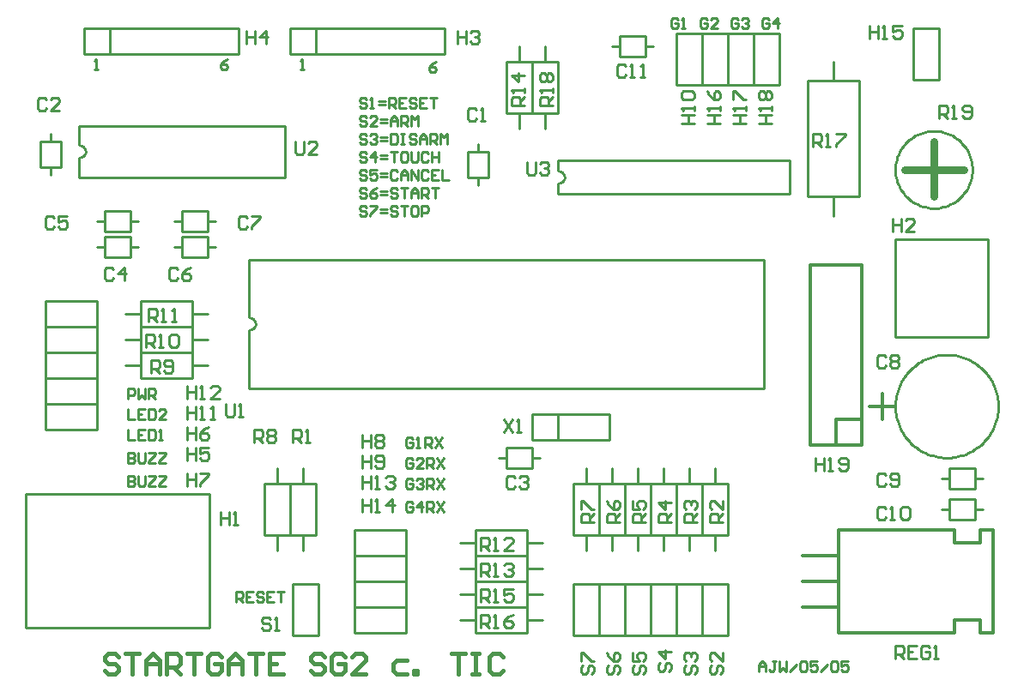
<source format=gto>
%FSLAX23Y23*%
%MOIN*%
G70*
G01*
G75*
%ADD10C,0.020*%
%ADD11C,0.050*%
%ADD12C,0.025*%
%ADD13C,0.010*%
%ADD14R,0.071X0.071*%
%ADD15C,0.071*%
%ADD16C,0.059*%
%ADD17R,0.059X0.059*%
%ADD18C,0.098*%
%ADD19R,0.098X0.071*%
%ADD20O,0.098X0.071*%
%ADD21C,0.150*%
%ADD22R,0.098X0.098*%
%ADD23C,0.050*%
%ADD24C,0.012*%
%ADD25C,0.030*%
%ADD26C,0.015*%
D13*
X9943Y8468D02*
X9952Y8470D01*
X9960Y8475D01*
X9966Y8483D01*
X9968Y8493D01*
X9966Y8502D01*
X9960Y8510D01*
X9952Y8516D01*
X9943Y8518D01*
X8083Y8568D02*
X8092Y8570D01*
X8100Y8575D01*
X8106Y8583D01*
X8108Y8593D01*
X8106Y8602D01*
X8100Y8610D01*
X8092Y8616D01*
X8083Y8618D01*
X11553Y8523D02*
X11552Y8533D01*
X11551Y8543D01*
X11550Y8553D01*
X11547Y8562D01*
X11544Y8572D01*
X11541Y8581D01*
X11536Y8590D01*
X11532Y8599D01*
X11526Y8608D01*
X11520Y8616D01*
X11514Y8623D01*
X11507Y8630D01*
X11499Y8637D01*
X11492Y8643D01*
X11483Y8649D01*
X11475Y8654D01*
X11466Y8659D01*
X11457Y8663D01*
X11447Y8666D01*
X11437Y8669D01*
X11428Y8671D01*
X11418Y8672D01*
X11408Y8673D01*
X11398D01*
X11388Y8672D01*
X11378Y8671D01*
X11368Y8669D01*
X11358Y8666D01*
X11349Y8663D01*
X11339Y8659D01*
X11331Y8654D01*
X11322Y8649D01*
X11314Y8643D01*
X11306Y8637D01*
X11298Y8630D01*
X11291Y8623D01*
X11285Y8616D01*
X11279Y8608D01*
X11274Y8599D01*
X11269Y8590D01*
X11265Y8581D01*
X11261Y8572D01*
X11258Y8562D01*
X11256Y8553D01*
X11254Y8543D01*
X11253Y8533D01*
X11253Y8523D01*
X11253Y8513D01*
X11254Y8503D01*
X11256Y8493D01*
X11258Y8483D01*
X11261Y8473D01*
X11265Y8464D01*
X11269Y8455D01*
X11274Y8446D01*
X11279Y8438D01*
X11285Y8430D01*
X11291Y8422D01*
X11298Y8415D01*
X11306Y8408D01*
X11314Y8402D01*
X11322Y8396D01*
X11331Y8391D01*
X11339Y8387D01*
X11349Y8383D01*
X11358Y8379D01*
X11368Y8377D01*
X11378Y8375D01*
X11388Y8373D01*
X11398Y8373D01*
X11408D01*
X11418Y8373D01*
X11428Y8375D01*
X11437Y8377D01*
X11447Y8379D01*
X11457Y8383D01*
X11466Y8387D01*
X11475Y8391D01*
X11483Y8396D01*
X11492Y8402D01*
X11499Y8408D01*
X11507Y8415D01*
X11514Y8422D01*
X11520Y8430D01*
X11526Y8438D01*
X11532Y8446D01*
X11536Y8455D01*
X11541Y8464D01*
X11544Y8473D01*
X11547Y8483D01*
X11550Y8493D01*
X11551Y8503D01*
X11552Y8513D01*
X11553Y8523D01*
X11653Y7603D02*
X11652Y7613D01*
X11652Y7623D01*
X11650Y7632D01*
X11649Y7642D01*
X11646Y7652D01*
X11644Y7662D01*
X11641Y7671D01*
X11637Y7680D01*
X11633Y7689D01*
X11628Y7698D01*
X11623Y7707D01*
X11618Y7715D01*
X11612Y7723D01*
X11606Y7731D01*
X11599Y7739D01*
X11592Y7746D01*
X11585Y7753D01*
X11577Y7759D01*
X11569Y7765D01*
X11561Y7771D01*
X11553Y7776D01*
X11544Y7781D01*
X11535Y7785D01*
X11526Y7789D01*
X11516Y7792D01*
X11507Y7795D01*
X11497Y7798D01*
X11487Y7800D01*
X11477Y7801D01*
X11468Y7802D01*
X11458Y7803D01*
X11448D01*
X11438Y7802D01*
X11428Y7801D01*
X11418Y7800D01*
X11408Y7798D01*
X11398Y7795D01*
X11389Y7792D01*
X11380Y7789D01*
X11370Y7785D01*
X11361Y7781D01*
X11353Y7776D01*
X11344Y7771D01*
X11336Y7765D01*
X11328Y7759D01*
X11320Y7753D01*
X11313Y7746D01*
X11306Y7739D01*
X11299Y7731D01*
X11293Y7723D01*
X11287Y7715D01*
X11282Y7707D01*
X11277Y7698D01*
X11272Y7689D01*
X11268Y7680D01*
X11265Y7671D01*
X11262Y7662D01*
X11259Y7652D01*
X11257Y7642D01*
X11255Y7632D01*
X11254Y7623D01*
X11253Y7613D01*
X11253Y7603D01*
X11253Y7593D01*
X11254Y7583D01*
X11255Y7573D01*
X11257Y7563D01*
X11259Y7553D01*
X11262Y7544D01*
X11265Y7534D01*
X11268Y7525D01*
X11272Y7516D01*
X11277Y7507D01*
X11282Y7498D01*
X11287Y7490D01*
X11293Y7482D01*
X11299Y7474D01*
X11306Y7467D01*
X11313Y7459D01*
X11320Y7453D01*
X11328Y7446D01*
X11336Y7440D01*
X11344Y7435D01*
X11353Y7429D01*
X11361Y7425D01*
X11370Y7420D01*
X11380Y7416D01*
X11389Y7413D01*
X11398Y7410D01*
X11408Y7408D01*
X11418Y7406D01*
X11428Y7404D01*
X11438Y7403D01*
X11448Y7403D01*
X11458D01*
X11468Y7403D01*
X11477Y7404D01*
X11487Y7406D01*
X11497Y7408D01*
X11507Y7410D01*
X11516Y7413D01*
X11526Y7416D01*
X11535Y7420D01*
X11544Y7425D01*
X11553Y7429D01*
X11561Y7435D01*
X11569Y7440D01*
X11577Y7446D01*
X11585Y7453D01*
X11592Y7459D01*
X11599Y7467D01*
X11606Y7474D01*
X11612Y7482D01*
X11618Y7490D01*
X11623Y7498D01*
X11628Y7507D01*
X11633Y7516D01*
X11637Y7525D01*
X11641Y7534D01*
X11644Y7544D01*
X11646Y7553D01*
X11649Y7563D01*
X11650Y7573D01*
X11652Y7583D01*
X11652Y7593D01*
X11653Y7603D01*
X8743Y7898D02*
X8752Y7900D01*
X8760Y7905D01*
X8766Y7913D01*
X8768Y7923D01*
X8766Y7932D01*
X8760Y7940D01*
X8752Y7946D01*
X8743Y7948D01*
X10703Y8853D02*
X10803D01*
X10703Y9053D02*
X10803D01*
Y8853D02*
Y9053D01*
X10703Y8853D02*
Y9053D01*
X7953Y7813D02*
Y7913D01*
X8153Y7813D02*
Y7913D01*
X7953Y7813D02*
X8153D01*
X7953Y7913D02*
X8153D01*
X7953D02*
Y8013D01*
X8153Y7913D02*
Y8013D01*
X7953Y7913D02*
X8153D01*
X7953Y8013D02*
X8153D01*
X9943Y8428D02*
X10843D01*
Y8558D01*
X9943D02*
X10843D01*
X9943Y8518D02*
Y8558D01*
Y8428D02*
Y8468D01*
X8083Y8493D02*
X8883D01*
Y8693D01*
X8083D02*
X8883D01*
X8083Y8618D02*
Y8693D01*
Y8493D02*
Y8568D01*
X7953Y7613D02*
Y7713D01*
X8153Y7613D02*
Y7713D01*
X7953Y7613D02*
X8153D01*
X7953Y7713D02*
X8153D01*
X8523Y7963D02*
X8583D01*
X8523Y7913D02*
Y7963D01*
X8323Y7913D02*
X8523D01*
X8323D02*
Y8013D01*
X8523D01*
Y7963D02*
Y8013D01*
X8263Y7963D02*
X8323D01*
X10503Y6713D02*
X10603D01*
X10503Y6913D02*
X10603D01*
Y6713D02*
Y6913D01*
X10503Y6713D02*
Y6913D01*
X10403Y6713D02*
X10503D01*
X10403Y6913D02*
X10503D01*
Y6713D02*
Y6913D01*
X10403Y6713D02*
Y6913D01*
X10303Y6713D02*
X10403D01*
X10303Y6913D02*
X10403D01*
Y6713D02*
Y6913D01*
X10303Y6713D02*
Y6913D01*
X9893Y8943D02*
Y9003D01*
Y8943D02*
X9943D01*
Y8743D02*
Y8943D01*
X9843Y8743D02*
X9943D01*
X9843D02*
Y8943D01*
X9893D01*
Y8683D02*
Y8743D01*
X7933Y8533D02*
X8013D01*
Y8633D01*
X7933D02*
X8013D01*
X7933Y8533D02*
Y8633D01*
X7973D02*
Y8663D01*
Y8503D02*
Y8533D01*
X11253Y7873D02*
X11613D01*
Y8253D01*
X11253D02*
X11613D01*
X11253Y7873D02*
Y8253D01*
X9633Y8593D02*
Y8623D01*
Y8463D02*
Y8493D01*
X9673D02*
Y8593D01*
X9593Y8493D02*
X9673D01*
X9593D02*
Y8593D01*
X9673D01*
X9843Y7403D02*
X9873D01*
X9713D02*
X9743D01*
Y7363D02*
X9843D01*
X9743D02*
Y7443D01*
X9843D01*
Y7363D02*
Y7443D01*
X8153Y8223D02*
X8183D01*
X8283D02*
X8313D01*
X8183Y8263D02*
X8283D01*
Y8183D02*
Y8263D01*
X8183Y8183D02*
X8283D01*
X8183D02*
Y8263D01*
X8283Y8323D02*
X8313D01*
X8153D02*
X8183D01*
Y8283D02*
X8283D01*
X8183D02*
Y8363D01*
X8283D01*
Y8283D02*
Y8363D01*
X8453Y8223D02*
X8483D01*
X8583D02*
X8613D01*
X8483Y8263D02*
X8583D01*
Y8183D02*
Y8263D01*
X8483Y8183D02*
X8583D01*
X8483D02*
Y8263D01*
X8583Y8323D02*
X8613D01*
X8453D02*
X8483D01*
Y8283D02*
X8583D01*
X8483D02*
Y8363D01*
X8583D01*
Y8283D02*
Y8363D01*
X11563Y7323D02*
X11593D01*
X11433D02*
X11463D01*
Y7283D02*
X11563D01*
X11463D02*
Y7363D01*
X11563D01*
Y7283D02*
Y7363D01*
Y7203D02*
X11593D01*
X11433D02*
X11463D01*
Y7163D02*
X11563D01*
X11463D02*
Y7243D01*
X11563D01*
Y7163D02*
Y7243D01*
X10153Y9003D02*
X10183D01*
X10283D02*
X10313D01*
X10183Y9043D02*
X10283D01*
Y8963D02*
Y9043D01*
X10183Y8963D02*
X10283D01*
X10183D02*
Y9043D01*
X7876Y6743D02*
Y7263D01*
Y6743D02*
X8589D01*
X7876Y7263D02*
X8589D01*
Y6743D02*
Y7263D01*
X8903Y8973D02*
X9503D01*
Y9073D01*
X8903D02*
X9503D01*
X8903Y8973D02*
Y9073D01*
X9003Y8973D02*
Y9073D01*
X8103Y8973D02*
X8703D01*
Y9073D01*
X8103D02*
X8703D01*
X8103Y8973D02*
Y9073D01*
X8203Y8973D02*
Y9073D01*
X7953Y7813D02*
X8153D01*
X7953Y7713D02*
X8153D01*
Y7813D01*
X7953Y7713D02*
Y7813D01*
Y7613D02*
X8153D01*
X7953Y7513D02*
X8153D01*
Y7613D01*
X7953Y7513D02*
Y7613D01*
X9153Y7123D02*
X9353D01*
X9153Y7023D02*
X9353D01*
Y7123D01*
X9153Y7023D02*
Y7123D01*
Y7023D02*
X9353D01*
X9153Y6923D02*
X9353D01*
Y7023D01*
X9153Y6923D02*
Y7023D01*
X10403Y8853D02*
Y9053D01*
X10503Y8853D02*
Y9053D01*
X10403D02*
X10503D01*
X10403Y8853D02*
X10503D01*
X9153Y6923D02*
X9353D01*
X9153Y6823D02*
X9353D01*
Y6923D01*
X9153Y6823D02*
Y6923D01*
Y6823D02*
X9353D01*
X9153Y6723D02*
X9353D01*
Y6823D01*
X9153Y6723D02*
Y6823D01*
X11323Y8873D02*
Y9073D01*
X11423Y8873D02*
Y9073D01*
X11323D02*
X11423D01*
X11323Y8873D02*
X11423D01*
X10503Y8853D02*
Y9053D01*
X10603Y8853D02*
Y9053D01*
X10503D02*
X10603D01*
X10503Y8853D02*
X10603D01*
Y9053D01*
X10703Y8853D02*
Y9053D01*
X10603D02*
X10703D01*
X10603Y8853D02*
X10703D01*
X8953Y7303D02*
Y7363D01*
Y7103D02*
X9003D01*
Y7303D01*
X8903D02*
X9003D01*
X8903Y7103D02*
Y7303D01*
Y7103D02*
X8953D01*
Y7043D02*
Y7103D01*
X10553Y7043D02*
Y7103D01*
X10503Y7303D02*
X10553D01*
X10503Y7103D02*
Y7303D01*
Y7103D02*
X10603D01*
Y7303D01*
X10553D02*
X10603D01*
X10553D02*
Y7363D01*
X10453Y7043D02*
Y7103D01*
X10403Y7303D02*
X10453D01*
X10403Y7103D02*
Y7303D01*
Y7103D02*
X10503D01*
Y7303D01*
X10453D02*
X10503D01*
X10453D02*
Y7363D01*
X10353Y7043D02*
Y7103D01*
X10303Y7303D02*
X10353D01*
X10303Y7103D02*
Y7303D01*
Y7103D02*
X10403D01*
Y7303D01*
X10353D02*
X10403D01*
X10353D02*
Y7363D01*
X10253Y7303D02*
Y7363D01*
Y7103D02*
X10303D01*
Y7303D01*
X10203D02*
X10303D01*
X10203Y7103D02*
Y7303D01*
Y7103D02*
X10253D01*
Y7043D02*
Y7103D01*
X10153Y7303D02*
Y7363D01*
Y7103D02*
X10203D01*
Y7303D01*
X10103D02*
X10203D01*
X10103Y7103D02*
Y7303D01*
Y7103D02*
X10153D01*
Y7043D02*
Y7103D01*
X10053Y7303D02*
Y7363D01*
Y7103D02*
X10103D01*
Y7303D01*
X10003D02*
X10103D01*
X10003Y7103D02*
Y7303D01*
Y7103D02*
X10053D01*
Y7043D02*
Y7103D01*
X8853Y7043D02*
Y7103D01*
X8803Y7303D02*
X8853D01*
X8803Y7103D02*
Y7303D01*
Y7103D02*
X8903D01*
Y7303D01*
X8853D02*
X8903D01*
X8853D02*
Y7363D01*
X8523Y7763D02*
X8583D01*
X8323Y7713D02*
Y7763D01*
Y7713D02*
X8523D01*
Y7813D01*
X8323D02*
X8523D01*
X8323Y7763D02*
Y7813D01*
X8263Y7763D02*
X8323D01*
X8523Y7863D02*
X8583D01*
X8323Y7813D02*
Y7863D01*
Y7813D02*
X8523D01*
Y7913D01*
X8323D02*
X8523D01*
X8323Y7863D02*
Y7913D01*
X8263Y7863D02*
X8323D01*
X9823Y7073D02*
X9883D01*
X9623Y7023D02*
Y7073D01*
Y7023D02*
X9823D01*
Y7123D01*
X9623D02*
X9823D01*
X9623Y7073D02*
Y7123D01*
X9563Y7073D02*
X9623D01*
X9823Y6973D02*
X9883D01*
X9623Y6923D02*
Y6973D01*
Y6923D02*
X9823D01*
Y7023D01*
X9623D02*
X9823D01*
X9623Y6973D02*
Y7023D01*
X9563Y6973D02*
X9623D01*
X9793Y8943D02*
Y9003D01*
Y8743D02*
X9843D01*
Y8943D01*
X9743D02*
X9843D01*
X9743Y8743D02*
Y8943D01*
Y8743D02*
X9793D01*
Y8683D02*
Y8743D01*
X9823Y6873D02*
X9883D01*
X9623Y6823D02*
Y6873D01*
Y6823D02*
X9823D01*
Y6923D01*
X9623D02*
X9823D01*
X9623Y6873D02*
Y6923D01*
X9563Y6873D02*
X9623D01*
X9823Y6773D02*
X9883D01*
X9623Y6723D02*
Y6773D01*
Y6723D02*
X9823D01*
Y6823D01*
X9623D02*
X9823D01*
X9623Y6773D02*
Y6823D01*
X9563Y6773D02*
X9623D01*
X11013Y8868D02*
Y8943D01*
Y8343D02*
Y8418D01*
X10913Y8868D02*
X11013D01*
X10913Y8418D02*
Y8868D01*
Y8418D02*
X11113D01*
Y8868D01*
X11013D02*
X11113D01*
X8913Y6713D02*
Y6913D01*
X9013Y6713D02*
Y6913D01*
X8913D02*
X9013D01*
X8913Y6713D02*
X9013D01*
X10203D02*
Y6913D01*
X10303Y6713D02*
Y6913D01*
X10203D02*
X10303D01*
X10203Y6713D02*
X10303D01*
X10103D02*
Y6913D01*
X10203Y6713D02*
Y6913D01*
X10103D02*
X10203D01*
X10103Y6713D02*
X10203D01*
X10003D02*
Y6913D01*
X10103Y6713D02*
Y6913D01*
X10003D02*
X10103D01*
X10003Y6713D02*
X10103D01*
X8743Y7673D02*
X10743D01*
Y8173D01*
X8743D02*
X10743D01*
X8743Y7948D02*
Y8173D01*
Y7673D02*
Y7898D01*
X9943Y7473D02*
Y7573D01*
X9843Y7473D02*
Y7573D01*
X10143D01*
Y7473D02*
Y7573D01*
X9843Y7473D02*
X10143D01*
X9626Y8754D02*
X9618Y8763D01*
X9601D01*
X9593Y8754D01*
Y8721D01*
X9601Y8713D01*
X9618D01*
X9626Y8721D01*
X9643Y8713D02*
X9659D01*
X9651D01*
Y8763D01*
X9643Y8754D01*
X7956Y8794D02*
X7948Y8803D01*
X7931D01*
X7923Y8794D01*
Y8761D01*
X7931Y8753D01*
X7948D01*
X7956Y8761D01*
X8006Y8753D02*
X7973D01*
X8006Y8786D01*
Y8794D01*
X7998Y8803D01*
X7981D01*
X7973Y8794D01*
X9776Y7324D02*
X9768Y7333D01*
X9751D01*
X9743Y7324D01*
Y7291D01*
X9751Y7283D01*
X9768D01*
X9776Y7291D01*
X9793Y7324D02*
X9801Y7333D01*
X9818D01*
X9826Y7324D01*
Y7316D01*
X9818Y7308D01*
X9809D01*
X9818D01*
X9826Y7299D01*
Y7291D01*
X9818Y7283D01*
X9801D01*
X9793Y7291D01*
X8216Y8134D02*
X8208Y8143D01*
X8191D01*
X8183Y8134D01*
Y8101D01*
X8191Y8093D01*
X8208D01*
X8216Y8101D01*
X8258Y8093D02*
Y8143D01*
X8233Y8118D01*
X8266D01*
X7986Y8334D02*
X7978Y8343D01*
X7961D01*
X7953Y8334D01*
Y8301D01*
X7961Y8293D01*
X7978D01*
X7986Y8301D01*
X8036Y8343D02*
X8003D01*
Y8318D01*
X8019Y8326D01*
X8028D01*
X8036Y8318D01*
Y8301D01*
X8028Y8293D01*
X8011D01*
X8003Y8301D01*
X8466Y8134D02*
X8458Y8143D01*
X8441D01*
X8433Y8134D01*
Y8101D01*
X8441Y8093D01*
X8458D01*
X8466Y8101D01*
X8516Y8143D02*
X8499Y8134D01*
X8483Y8118D01*
Y8101D01*
X8491Y8093D01*
X8508D01*
X8516Y8101D01*
Y8109D01*
X8508Y8118D01*
X8483D01*
X8736Y8334D02*
X8728Y8343D01*
X8711D01*
X8703Y8334D01*
Y8301D01*
X8711Y8293D01*
X8728D01*
X8736Y8301D01*
X8753Y8343D02*
X8786D01*
Y8334D01*
X8753Y8301D01*
Y8293D01*
X11216Y7794D02*
X11208Y7803D01*
X11191D01*
X11183Y7794D01*
Y7761D01*
X11191Y7753D01*
X11208D01*
X11216Y7761D01*
X11233Y7794D02*
X11241Y7803D01*
X11258D01*
X11266Y7794D01*
Y7786D01*
X11258Y7778D01*
X11266Y7769D01*
Y7761D01*
X11258Y7753D01*
X11241D01*
X11233Y7761D01*
Y7769D01*
X11241Y7778D01*
X11233Y7786D01*
Y7794D01*
X11241Y7778D02*
X11258D01*
X11216Y7334D02*
X11208Y7343D01*
X11191D01*
X11183Y7334D01*
Y7301D01*
X11191Y7293D01*
X11208D01*
X11216Y7301D01*
X11233D02*
X11241Y7293D01*
X11258D01*
X11266Y7301D01*
Y7334D01*
X11258Y7343D01*
X11241D01*
X11233Y7334D01*
Y7326D01*
X11241Y7318D01*
X11266D01*
X11216Y7204D02*
X11208Y7213D01*
X11191D01*
X11183Y7204D01*
Y7171D01*
X11191Y7163D01*
X11208D01*
X11216Y7171D01*
X11233Y7163D02*
X11249D01*
X11241D01*
Y7213D01*
X11233Y7204D01*
X11274D02*
X11283Y7213D01*
X11299D01*
X11308Y7204D01*
Y7171D01*
X11299Y7163D01*
X11283D01*
X11274Y7171D01*
Y7204D01*
X10206Y8924D02*
X10198Y8933D01*
X10181D01*
X10173Y8924D01*
Y8891D01*
X10181Y8883D01*
X10198D01*
X10206Y8891D01*
X10223Y8883D02*
X10239D01*
X10231D01*
Y8933D01*
X10223Y8924D01*
X10264Y8883D02*
X10281D01*
X10273D01*
Y8933D01*
X10264Y8924D01*
X8633Y7193D02*
Y7143D01*
Y7168D01*
X8666D01*
Y7193D01*
Y7143D01*
X8683D02*
X8699D01*
X8691D01*
Y7193D01*
X8683Y7184D01*
X11243Y8333D02*
Y8283D01*
Y8308D01*
X11276D01*
Y8333D01*
Y8283D01*
X11326D02*
X11293D01*
X11326Y8316D01*
Y8324D01*
X11318Y8333D01*
X11301D01*
X11293Y8324D01*
X9553Y9063D02*
Y9013D01*
Y9038D01*
X9586D01*
Y9063D01*
Y9013D01*
X9603Y9054D02*
X9611Y9063D01*
X9628D01*
X9636Y9054D01*
Y9046D01*
X9628Y9038D01*
X9619D01*
X9628D01*
X9636Y9029D01*
Y9021D01*
X9628Y9013D01*
X9611D01*
X9603Y9021D01*
X8733Y9063D02*
Y9013D01*
Y9038D01*
X8766D01*
Y9063D01*
Y9013D01*
X8808D02*
Y9063D01*
X8783Y9038D01*
X8816D01*
X8503Y7443D02*
Y7393D01*
Y7418D01*
X8536D01*
Y7443D01*
Y7393D01*
X8586Y7443D02*
X8553D01*
Y7418D01*
X8569Y7426D01*
X8578D01*
X8586Y7418D01*
Y7401D01*
X8578Y7393D01*
X8561D01*
X8553Y7401D01*
X8503Y7523D02*
Y7473D01*
Y7498D01*
X8536D01*
Y7523D01*
Y7473D01*
X8586Y7523D02*
X8569Y7514D01*
X8553Y7498D01*
Y7481D01*
X8561Y7473D01*
X8578D01*
X8586Y7481D01*
Y7489D01*
X8578Y7498D01*
X8553D01*
X8503Y7343D02*
Y7293D01*
Y7318D01*
X8536D01*
Y7343D01*
Y7293D01*
X8553Y7343D02*
X8586D01*
Y7334D01*
X8553Y7301D01*
Y7293D01*
X9183Y7493D02*
Y7443D01*
Y7468D01*
X9216D01*
Y7493D01*
Y7443D01*
X9233Y7484D02*
X9241Y7493D01*
X9258D01*
X9266Y7484D01*
Y7476D01*
X9258Y7468D01*
X9266Y7459D01*
Y7451D01*
X9258Y7443D01*
X9241D01*
X9233Y7451D01*
Y7459D01*
X9241Y7468D01*
X9233Y7476D01*
Y7484D01*
X9241Y7468D02*
X9258D01*
X9183Y7413D02*
Y7363D01*
Y7388D01*
X9216D01*
Y7413D01*
Y7363D01*
X9233Y7371D02*
X9241Y7363D01*
X9258D01*
X9266Y7371D01*
Y7404D01*
X9258Y7413D01*
X9241D01*
X9233Y7404D01*
Y7396D01*
X9241Y7388D01*
X9266D01*
X10423Y8703D02*
X10473D01*
X10448D01*
Y8736D01*
X10423D01*
X10473D01*
Y8753D02*
Y8769D01*
Y8761D01*
X10423D01*
X10431Y8753D01*
Y8794D02*
X10423Y8803D01*
Y8819D01*
X10431Y8828D01*
X10464D01*
X10473Y8819D01*
Y8803D01*
X10464Y8794D01*
X10431D01*
X8503Y7603D02*
Y7553D01*
Y7578D01*
X8536D01*
Y7603D01*
Y7553D01*
X8553D02*
X8569D01*
X8561D01*
Y7603D01*
X8553Y7594D01*
X8594Y7553D02*
X8611D01*
X8603D01*
Y7603D01*
X8594Y7594D01*
X8503Y7683D02*
Y7633D01*
Y7658D01*
X8536D01*
Y7683D01*
Y7633D01*
X8553D02*
X8569D01*
X8561D01*
Y7683D01*
X8553Y7674D01*
X8628Y7633D02*
X8594D01*
X8628Y7666D01*
Y7674D01*
X8619Y7683D01*
X8603D01*
X8594Y7674D01*
X9183Y7333D02*
Y7283D01*
Y7308D01*
X9216D01*
Y7333D01*
Y7283D01*
X9233D02*
X9249D01*
X9241D01*
Y7333D01*
X9233Y7324D01*
X9274D02*
X9283Y7333D01*
X9299D01*
X9308Y7324D01*
Y7316D01*
X9299Y7308D01*
X9291D01*
X9299D01*
X9308Y7299D01*
Y7291D01*
X9299Y7283D01*
X9283D01*
X9274Y7291D01*
X9183Y7243D02*
Y7193D01*
Y7218D01*
X9216D01*
Y7243D01*
Y7193D01*
X9233D02*
X9249D01*
X9241D01*
Y7243D01*
X9233Y7234D01*
X9299Y7193D02*
Y7243D01*
X9274Y7218D01*
X9308D01*
X11153Y9083D02*
Y9033D01*
Y9058D01*
X11186D01*
Y9083D01*
Y9033D01*
X11203D02*
X11219D01*
X11211D01*
Y9083D01*
X11203Y9074D01*
X11278Y9083D02*
X11244D01*
Y9058D01*
X11261Y9066D01*
X11269D01*
X11278Y9058D01*
Y9041D01*
X11269Y9033D01*
X11253D01*
X11244Y9041D01*
X10523Y8703D02*
X10573D01*
X10548D01*
Y8736D01*
X10523D01*
X10573D01*
Y8753D02*
Y8769D01*
Y8761D01*
X10523D01*
X10531Y8753D01*
X10523Y8828D02*
X10531Y8811D01*
X10548Y8794D01*
X10564D01*
X10573Y8803D01*
Y8819D01*
X10564Y8828D01*
X10556D01*
X10548Y8819D01*
Y8794D01*
X10623Y8703D02*
X10673D01*
X10648D01*
Y8736D01*
X10623D01*
X10673D01*
Y8753D02*
Y8769D01*
Y8761D01*
X10623D01*
X10631Y8753D01*
X10623Y8794D02*
Y8828D01*
X10631D01*
X10664Y8794D01*
X10673D01*
X10723Y8703D02*
X10773D01*
X10748D01*
Y8736D01*
X10723D01*
X10773D01*
Y8753D02*
Y8769D01*
Y8761D01*
X10723D01*
X10731Y8753D01*
Y8794D02*
X10723Y8803D01*
Y8819D01*
X10731Y8828D01*
X10739D01*
X10748Y8819D01*
X10756Y8828D01*
X10764D01*
X10773Y8819D01*
Y8803D01*
X10764Y8794D01*
X10756D01*
X10748Y8803D01*
X10739Y8794D01*
X10731D01*
X10748Y8803D02*
Y8819D01*
X10943Y7403D02*
Y7353D01*
Y7378D01*
X10976D01*
Y7403D01*
Y7353D01*
X10993D02*
X11009D01*
X11001D01*
Y7403D01*
X10993Y7394D01*
X11034Y7361D02*
X11043Y7353D01*
X11059D01*
X11068Y7361D01*
Y7394D01*
X11059Y7403D01*
X11043D01*
X11034Y7394D01*
Y7386D01*
X11043Y7378D01*
X11068D01*
X8913Y7463D02*
Y7513D01*
X8938D01*
X8946Y7504D01*
Y7488D01*
X8938Y7479D01*
X8913D01*
X8929D02*
X8946Y7463D01*
X8963D02*
X8979D01*
X8971D01*
Y7513D01*
X8963Y7504D01*
X10583Y7153D02*
X10533D01*
Y7178D01*
X10541Y7186D01*
X10558D01*
X10566Y7178D01*
Y7153D01*
Y7169D02*
X10583Y7186D01*
Y7236D02*
Y7203D01*
X10549Y7236D01*
X10541D01*
X10533Y7228D01*
Y7211D01*
X10541Y7203D01*
X10483Y7153D02*
X10433D01*
Y7178D01*
X10441Y7186D01*
X10458D01*
X10466Y7178D01*
Y7153D01*
Y7169D02*
X10483Y7186D01*
X10441Y7203D02*
X10433Y7211D01*
Y7228D01*
X10441Y7236D01*
X10449D01*
X10458Y7228D01*
Y7219D01*
Y7228D01*
X10466Y7236D01*
X10474D01*
X10483Y7228D01*
Y7211D01*
X10474Y7203D01*
X10383Y7153D02*
X10333D01*
Y7178D01*
X10341Y7186D01*
X10358D01*
X10366Y7178D01*
Y7153D01*
Y7169D02*
X10383Y7186D01*
Y7228D02*
X10333D01*
X10358Y7203D01*
Y7236D01*
X10283Y7153D02*
X10233D01*
Y7178D01*
X10241Y7186D01*
X10258D01*
X10266Y7178D01*
Y7153D01*
Y7169D02*
X10283Y7186D01*
X10233Y7236D02*
Y7203D01*
X10258D01*
X10249Y7219D01*
Y7228D01*
X10258Y7236D01*
X10274D01*
X10283Y7228D01*
Y7211D01*
X10274Y7203D01*
X10183Y7153D02*
X10133D01*
Y7178D01*
X10141Y7186D01*
X10158D01*
X10166Y7178D01*
Y7153D01*
Y7169D02*
X10183Y7186D01*
X10133Y7236D02*
X10141Y7219D01*
X10158Y7203D01*
X10174D01*
X10183Y7211D01*
Y7228D01*
X10174Y7236D01*
X10166D01*
X10158Y7228D01*
Y7203D01*
X10083Y7153D02*
X10033D01*
Y7178D01*
X10041Y7186D01*
X10058D01*
X10066Y7178D01*
Y7153D01*
Y7169D02*
X10083Y7186D01*
X10033Y7203D02*
Y7236D01*
X10041D01*
X10074Y7203D01*
X10083D01*
X8763Y7463D02*
Y7513D01*
X8788D01*
X8796Y7504D01*
Y7488D01*
X8788Y7479D01*
X8763D01*
X8779D02*
X8796Y7463D01*
X8813Y7504D02*
X8821Y7513D01*
X8838D01*
X8846Y7504D01*
Y7496D01*
X8838Y7488D01*
X8846Y7479D01*
Y7471D01*
X8838Y7463D01*
X8821D01*
X8813Y7471D01*
Y7479D01*
X8821Y7488D01*
X8813Y7496D01*
Y7504D01*
X8821Y7488D02*
X8838D01*
X8363Y7733D02*
Y7783D01*
X8388D01*
X8396Y7774D01*
Y7758D01*
X8388Y7749D01*
X8363D01*
X8379D02*
X8396Y7733D01*
X8413Y7741D02*
X8421Y7733D01*
X8438D01*
X8446Y7741D01*
Y7774D01*
X8438Y7783D01*
X8421D01*
X8413Y7774D01*
Y7766D01*
X8421Y7758D01*
X8446D01*
X8343Y7833D02*
Y7883D01*
X8368D01*
X8376Y7874D01*
Y7858D01*
X8368Y7849D01*
X8343D01*
X8359D02*
X8376Y7833D01*
X8393D02*
X8409D01*
X8401D01*
Y7883D01*
X8393Y7874D01*
X8434D02*
X8443Y7883D01*
X8459D01*
X8468Y7874D01*
Y7841D01*
X8459Y7833D01*
X8443D01*
X8434Y7841D01*
Y7874D01*
X8353Y7933D02*
Y7983D01*
X8378D01*
X8386Y7974D01*
Y7958D01*
X8378Y7949D01*
X8353D01*
X8369D02*
X8386Y7933D01*
X8403D02*
X8419D01*
X8411D01*
Y7983D01*
X8403Y7974D01*
X8444Y7933D02*
X8461D01*
X8453D01*
Y7983D01*
X8444Y7974D01*
X9643Y7043D02*
Y7093D01*
X9668D01*
X9676Y7084D01*
Y7068D01*
X9668Y7059D01*
X9643D01*
X9659D02*
X9676Y7043D01*
X9693D02*
X9709D01*
X9701D01*
Y7093D01*
X9693Y7084D01*
X9768Y7043D02*
X9734D01*
X9768Y7076D01*
Y7084D01*
X9759Y7093D01*
X9743D01*
X9734Y7084D01*
X9643Y6943D02*
Y6993D01*
X9668D01*
X9676Y6984D01*
Y6968D01*
X9668Y6959D01*
X9643D01*
X9659D02*
X9676Y6943D01*
X9693D02*
X9709D01*
X9701D01*
Y6993D01*
X9693Y6984D01*
X9734D02*
X9743Y6993D01*
X9759D01*
X9768Y6984D01*
Y6976D01*
X9759Y6968D01*
X9751D01*
X9759D01*
X9768Y6959D01*
Y6951D01*
X9759Y6943D01*
X9743D01*
X9734Y6951D01*
X9813Y8773D02*
X9763D01*
Y8798D01*
X9771Y8806D01*
X9788D01*
X9796Y8798D01*
Y8773D01*
Y8789D02*
X9813Y8806D01*
Y8823D02*
Y8839D01*
Y8831D01*
X9763D01*
X9771Y8823D01*
X9813Y8889D02*
X9763D01*
X9788Y8864D01*
Y8898D01*
X9643Y6843D02*
Y6893D01*
X9668D01*
X9676Y6884D01*
Y6868D01*
X9668Y6859D01*
X9643D01*
X9659D02*
X9676Y6843D01*
X9693D02*
X9709D01*
X9701D01*
Y6893D01*
X9693Y6884D01*
X9768Y6893D02*
X9734D01*
Y6868D01*
X9751Y6876D01*
X9759D01*
X9768Y6868D01*
Y6851D01*
X9759Y6843D01*
X9743D01*
X9734Y6851D01*
X9643Y6743D02*
Y6793D01*
X9668D01*
X9676Y6784D01*
Y6768D01*
X9668Y6759D01*
X9643D01*
X9659D02*
X9676Y6743D01*
X9693D02*
X9709D01*
X9701D01*
Y6793D01*
X9693Y6784D01*
X9768Y6793D02*
X9751Y6784D01*
X9734Y6768D01*
Y6751D01*
X9743Y6743D01*
X9759D01*
X9768Y6751D01*
Y6759D01*
X9759Y6768D01*
X9734D01*
X10933Y8613D02*
Y8663D01*
X10958D01*
X10966Y8654D01*
Y8638D01*
X10958Y8629D01*
X10933D01*
X10949D02*
X10966Y8613D01*
X10983D02*
X10999D01*
X10991D01*
Y8663D01*
X10983Y8654D01*
X11024Y8663D02*
X11058D01*
Y8654D01*
X11024Y8621D01*
Y8613D01*
X9923Y8773D02*
X9873D01*
Y8798D01*
X9881Y8806D01*
X9898D01*
X9906Y8798D01*
Y8773D01*
Y8789D02*
X9923Y8806D01*
Y8823D02*
Y8839D01*
Y8831D01*
X9873D01*
X9881Y8823D01*
Y8864D02*
X9873Y8873D01*
Y8889D01*
X9881Y8898D01*
X9889D01*
X9898Y8889D01*
X9906Y8898D01*
X9914D01*
X9923Y8889D01*
Y8873D01*
X9914Y8864D01*
X9906D01*
X9898Y8873D01*
X9889Y8864D01*
X9881D01*
X9898Y8873D02*
Y8889D01*
X11423Y8723D02*
Y8773D01*
X11448D01*
X11456Y8764D01*
Y8748D01*
X11448Y8739D01*
X11423D01*
X11439D02*
X11456Y8723D01*
X11473D02*
X11489D01*
X11481D01*
Y8773D01*
X11473Y8764D01*
X11514Y8731D02*
X11523Y8723D01*
X11539D01*
X11548Y8731D01*
Y8764D01*
X11539Y8773D01*
X11523D01*
X11514Y8764D01*
Y8756D01*
X11523Y8748D01*
X11548D01*
X11253Y6623D02*
Y6673D01*
X11278D01*
X11286Y6664D01*
Y6648D01*
X11278Y6639D01*
X11253D01*
X11269D02*
X11286Y6623D01*
X11336Y6673D02*
X11303D01*
Y6623D01*
X11336D01*
X11303Y6648D02*
X11319D01*
X11386Y6664D02*
X11378Y6673D01*
X11361D01*
X11353Y6664D01*
Y6631D01*
X11361Y6623D01*
X11378D01*
X11386Y6631D01*
Y6648D01*
X11369D01*
X11403Y6623D02*
X11419D01*
X11411D01*
Y6673D01*
X11403Y6664D01*
X8826Y6774D02*
X8818Y6783D01*
X8801D01*
X8793Y6774D01*
Y6766D01*
X8801Y6758D01*
X8818D01*
X8826Y6749D01*
Y6741D01*
X8818Y6733D01*
X8801D01*
X8793Y6741D01*
X8843Y6733D02*
X8859D01*
X8851D01*
Y6783D01*
X8843Y6774D01*
X10541Y6596D02*
X10533Y6588D01*
Y6571D01*
X10541Y6563D01*
X10549D01*
X10558Y6571D01*
Y6588D01*
X10566Y6596D01*
X10574D01*
X10583Y6588D01*
Y6571D01*
X10574Y6563D01*
X10583Y6646D02*
Y6613D01*
X10549Y6646D01*
X10541D01*
X10533Y6638D01*
Y6621D01*
X10541Y6613D01*
X10441Y6596D02*
X10433Y6588D01*
Y6571D01*
X10441Y6563D01*
X10449D01*
X10458Y6571D01*
Y6588D01*
X10466Y6596D01*
X10474D01*
X10483Y6588D01*
Y6571D01*
X10474Y6563D01*
X10441Y6613D02*
X10433Y6621D01*
Y6638D01*
X10441Y6646D01*
X10449D01*
X10458Y6638D01*
Y6629D01*
Y6638D01*
X10466Y6646D01*
X10474D01*
X10483Y6638D01*
Y6621D01*
X10474Y6613D01*
X10341Y6606D02*
X10333Y6598D01*
Y6581D01*
X10341Y6573D01*
X10349D01*
X10358Y6581D01*
Y6598D01*
X10366Y6606D01*
X10374D01*
X10383Y6598D01*
Y6581D01*
X10374Y6573D01*
X10383Y6648D02*
X10333D01*
X10358Y6623D01*
Y6656D01*
X10241Y6596D02*
X10233Y6588D01*
Y6571D01*
X10241Y6563D01*
X10249D01*
X10258Y6571D01*
Y6588D01*
X10266Y6596D01*
X10274D01*
X10283Y6588D01*
Y6571D01*
X10274Y6563D01*
X10233Y6646D02*
Y6613D01*
X10258D01*
X10249Y6629D01*
Y6638D01*
X10258Y6646D01*
X10274D01*
X10283Y6638D01*
Y6621D01*
X10274Y6613D01*
X10141Y6596D02*
X10133Y6588D01*
Y6571D01*
X10141Y6563D01*
X10149D01*
X10158Y6571D01*
Y6588D01*
X10166Y6596D01*
X10174D01*
X10183Y6588D01*
Y6571D01*
X10174Y6563D01*
X10133Y6646D02*
X10141Y6629D01*
X10158Y6613D01*
X10174D01*
X10183Y6621D01*
Y6638D01*
X10174Y6646D01*
X10166D01*
X10158Y6638D01*
Y6613D01*
X10041Y6596D02*
X10033Y6588D01*
Y6571D01*
X10041Y6563D01*
X10049D01*
X10058Y6571D01*
Y6588D01*
X10066Y6596D01*
X10074D01*
X10083Y6588D01*
Y6571D01*
X10074Y6563D01*
X10033Y6613D02*
Y6646D01*
X10041D01*
X10074Y6613D01*
X10083D01*
X8653Y7613D02*
Y7571D01*
X8661Y7563D01*
X8678D01*
X8686Y7571D01*
Y7613D01*
X8703Y7563D02*
X8719D01*
X8711D01*
Y7613D01*
X8703Y7604D01*
X8923Y8633D02*
Y8591D01*
X8931Y8583D01*
X8948D01*
X8956Y8591D01*
Y8633D01*
X9006Y8583D02*
X8973D01*
X9006Y8616D01*
Y8624D01*
X8998Y8633D01*
X8981D01*
X8973Y8624D01*
X9823Y8553D02*
Y8511D01*
X9831Y8503D01*
X9848D01*
X9856Y8511D01*
Y8553D01*
X9873Y8544D02*
X9881Y8553D01*
X9898D01*
X9906Y8544D01*
Y8536D01*
X9898Y8528D01*
X9889D01*
X9898D01*
X9906Y8519D01*
Y8511D01*
X9898Y8503D01*
X9881D01*
X9873Y8511D01*
X9733Y7553D02*
X9766Y7503D01*
Y7553D02*
X9733Y7503D01*
X9783D02*
X9799D01*
X9791D01*
Y7553D01*
X9783Y7544D01*
X8273Y7423D02*
Y7383D01*
X8293D01*
X8299Y7389D01*
Y7396D01*
X8293Y7403D01*
X8273D01*
X8293D01*
X8299Y7409D01*
Y7416D01*
X8293Y7423D01*
X8273D01*
X8313D02*
Y7389D01*
X8319Y7383D01*
X8333D01*
X8339Y7389D01*
Y7423D01*
X8353D02*
X8379D01*
Y7416D01*
X8353Y7389D01*
Y7383D01*
X8379D01*
X8393Y7423D02*
X8419D01*
Y7416D01*
X8393Y7389D01*
Y7383D01*
X8419D01*
X8273Y7333D02*
Y7293D01*
X8293D01*
X8299Y7299D01*
Y7306D01*
X8293Y7313D01*
X8273D01*
X8293D01*
X8299Y7319D01*
Y7326D01*
X8293Y7333D01*
X8273D01*
X8313D02*
Y7299D01*
X8319Y7293D01*
X8333D01*
X8339Y7299D01*
Y7333D01*
X8353D02*
X8379D01*
Y7326D01*
X8353Y7299D01*
Y7293D01*
X8379D01*
X8393Y7333D02*
X8419D01*
Y7326D01*
X8393Y7299D01*
Y7293D01*
X8419D01*
X8273Y7513D02*
Y7473D01*
X8299D01*
X8339Y7513D02*
X8313D01*
Y7473D01*
X8339D01*
X8313Y7493D02*
X8326D01*
X8353Y7513D02*
Y7473D01*
X8373D01*
X8379Y7479D01*
Y7506D01*
X8373Y7513D01*
X8353D01*
X8393Y7473D02*
X8406D01*
X8399D01*
Y7513D01*
X8393Y7506D01*
X8273Y7593D02*
Y7553D01*
X8299D01*
X8339Y7593D02*
X8313D01*
Y7553D01*
X8339D01*
X8313Y7573D02*
X8326D01*
X8353Y7593D02*
Y7553D01*
X8373D01*
X8379Y7559D01*
Y7586D01*
X8373Y7593D01*
X8353D01*
X8419Y7553D02*
X8393D01*
X8419Y7579D01*
Y7586D01*
X8413Y7593D01*
X8399D01*
X8393Y7586D01*
X8273Y7633D02*
Y7673D01*
X8293D01*
X8299Y7666D01*
Y7653D01*
X8293Y7646D01*
X8273D01*
X8313Y7673D02*
Y7633D01*
X8326Y7646D01*
X8339Y7633D01*
Y7673D01*
X8353Y7633D02*
Y7673D01*
X8373D01*
X8379Y7666D01*
Y7653D01*
X8373Y7646D01*
X8353D01*
X8366D02*
X8379Y7633D01*
X8693Y6843D02*
Y6883D01*
X8713D01*
X8719Y6876D01*
Y6863D01*
X8713Y6856D01*
X8693D01*
X8706D02*
X8719Y6843D01*
X8759Y6883D02*
X8733D01*
Y6843D01*
X8759D01*
X8733Y6863D02*
X8746D01*
X8799Y6876D02*
X8793Y6883D01*
X8779D01*
X8773Y6876D01*
Y6869D01*
X8779Y6863D01*
X8793D01*
X8799Y6856D01*
Y6849D01*
X8793Y6843D01*
X8779D01*
X8773Y6849D01*
X8839Y6883D02*
X8813D01*
Y6843D01*
X8839D01*
X8813Y6863D02*
X8826D01*
X8853Y6883D02*
X8879D01*
X8866D01*
Y6843D01*
X9199Y8796D02*
X9193Y8803D01*
X9179D01*
X9173Y8796D01*
Y8789D01*
X9179Y8783D01*
X9193D01*
X9199Y8776D01*
Y8769D01*
X9193Y8763D01*
X9179D01*
X9173Y8769D01*
X9213Y8763D02*
X9226D01*
X9219D01*
Y8803D01*
X9213Y8796D01*
X9246Y8776D02*
X9273D01*
X9246Y8789D02*
X9273D01*
X9286Y8763D02*
Y8803D01*
X9306D01*
X9313Y8796D01*
Y8783D01*
X9306Y8776D01*
X9286D01*
X9299D02*
X9313Y8763D01*
X9353Y8803D02*
X9326D01*
Y8763D01*
X9353D01*
X9326Y8783D02*
X9339D01*
X9393Y8796D02*
X9386Y8803D01*
X9373D01*
X9366Y8796D01*
Y8789D01*
X9373Y8783D01*
X9386D01*
X9393Y8776D01*
Y8769D01*
X9386Y8763D01*
X9373D01*
X9366Y8769D01*
X9433Y8803D02*
X9406D01*
Y8763D01*
X9433D01*
X9406Y8783D02*
X9419D01*
X9446Y8803D02*
X9473D01*
X9459D01*
Y8763D01*
X9199Y8726D02*
X9193Y8733D01*
X9179D01*
X9173Y8726D01*
Y8719D01*
X9179Y8713D01*
X9193D01*
X9199Y8706D01*
Y8699D01*
X9193Y8693D01*
X9179D01*
X9173Y8699D01*
X9239Y8693D02*
X9213D01*
X9239Y8719D01*
Y8726D01*
X9233Y8733D01*
X9219D01*
X9213Y8726D01*
X9253Y8706D02*
X9279D01*
X9253Y8719D02*
X9279D01*
X9293Y8693D02*
Y8719D01*
X9306Y8733D01*
X9319Y8719D01*
Y8693D01*
Y8713D01*
X9293D01*
X9333Y8693D02*
Y8733D01*
X9353D01*
X9359Y8726D01*
Y8713D01*
X9353Y8706D01*
X9333D01*
X9346D02*
X9359Y8693D01*
X9373D02*
Y8733D01*
X9386Y8719D01*
X9399Y8733D01*
Y8693D01*
X9199Y8656D02*
X9193Y8663D01*
X9179D01*
X9173Y8656D01*
Y8649D01*
X9179Y8643D01*
X9193D01*
X9199Y8636D01*
Y8629D01*
X9193Y8623D01*
X9179D01*
X9173Y8629D01*
X9213Y8656D02*
X9219Y8663D01*
X9233D01*
X9239Y8656D01*
Y8649D01*
X9233Y8643D01*
X9226D01*
X9233D01*
X9239Y8636D01*
Y8629D01*
X9233Y8623D01*
X9219D01*
X9213Y8629D01*
X9253Y8636D02*
X9279D01*
X9253Y8649D02*
X9279D01*
X9293Y8663D02*
Y8623D01*
X9313D01*
X9319Y8629D01*
Y8656D01*
X9313Y8663D01*
X9293D01*
X9333D02*
X9346D01*
X9339D01*
Y8623D01*
X9333D01*
X9346D01*
X9393Y8656D02*
X9386Y8663D01*
X9373D01*
X9366Y8656D01*
Y8649D01*
X9373Y8643D01*
X9386D01*
X9393Y8636D01*
Y8629D01*
X9386Y8623D01*
X9373D01*
X9366Y8629D01*
X9406Y8623D02*
Y8649D01*
X9419Y8663D01*
X9433Y8649D01*
Y8623D01*
Y8643D01*
X9406D01*
X9446Y8623D02*
Y8663D01*
X9466D01*
X9473Y8656D01*
Y8643D01*
X9466Y8636D01*
X9446D01*
X9459D02*
X9473Y8623D01*
X9486D02*
Y8663D01*
X9499Y8649D01*
X9513Y8663D01*
Y8623D01*
X9199Y8586D02*
X9193Y8593D01*
X9179D01*
X9173Y8586D01*
Y8579D01*
X9179Y8573D01*
X9193D01*
X9199Y8566D01*
Y8559D01*
X9193Y8553D01*
X9179D01*
X9173Y8559D01*
X9233Y8553D02*
Y8593D01*
X9213Y8573D01*
X9239D01*
X9253Y8566D02*
X9279D01*
X9253Y8579D02*
X9279D01*
X9293Y8593D02*
X9319D01*
X9306D01*
Y8553D01*
X9353Y8593D02*
X9339D01*
X9333Y8586D01*
Y8559D01*
X9339Y8553D01*
X9353D01*
X9359Y8559D01*
Y8586D01*
X9353Y8593D01*
X9373D02*
Y8559D01*
X9379Y8553D01*
X9393D01*
X9399Y8559D01*
Y8593D01*
X9439Y8586D02*
X9433Y8593D01*
X9419D01*
X9413Y8586D01*
Y8559D01*
X9419Y8553D01*
X9433D01*
X9439Y8559D01*
X9453Y8593D02*
Y8553D01*
Y8573D01*
X9479D01*
Y8593D01*
Y8553D01*
X9199Y8516D02*
X9193Y8523D01*
X9179D01*
X9173Y8516D01*
Y8509D01*
X9179Y8503D01*
X9193D01*
X9199Y8496D01*
Y8489D01*
X9193Y8483D01*
X9179D01*
X9173Y8489D01*
X9239Y8523D02*
X9213D01*
Y8503D01*
X9226Y8509D01*
X9233D01*
X9239Y8503D01*
Y8489D01*
X9233Y8483D01*
X9219D01*
X9213Y8489D01*
X9253Y8496D02*
X9279D01*
X9253Y8509D02*
X9279D01*
X9319Y8516D02*
X9313Y8523D01*
X9299D01*
X9293Y8516D01*
Y8489D01*
X9299Y8483D01*
X9313D01*
X9319Y8489D01*
X9333Y8483D02*
Y8509D01*
X9346Y8523D01*
X9359Y8509D01*
Y8483D01*
Y8503D01*
X9333D01*
X9373Y8483D02*
Y8523D01*
X9399Y8483D01*
Y8523D01*
X9439Y8516D02*
X9433Y8523D01*
X9419D01*
X9413Y8516D01*
Y8489D01*
X9419Y8483D01*
X9433D01*
X9439Y8489D01*
X9479Y8523D02*
X9453D01*
Y8483D01*
X9479D01*
X9453Y8503D02*
X9466D01*
X9493Y8523D02*
Y8483D01*
X9519D01*
X9199Y8376D02*
X9193Y8383D01*
X9179D01*
X9173Y8376D01*
Y8369D01*
X9179Y8363D01*
X9193D01*
X9199Y8356D01*
Y8349D01*
X9193Y8343D01*
X9179D01*
X9173Y8349D01*
X9213Y8383D02*
X9239D01*
Y8376D01*
X9213Y8349D01*
Y8343D01*
X9253Y8356D02*
X9279D01*
X9253Y8369D02*
X9279D01*
X9319Y8376D02*
X9313Y8383D01*
X9299D01*
X9293Y8376D01*
Y8369D01*
X9299Y8363D01*
X9313D01*
X9319Y8356D01*
Y8349D01*
X9313Y8343D01*
X9299D01*
X9293Y8349D01*
X9333Y8383D02*
X9359D01*
X9346D01*
Y8343D01*
X9393Y8383D02*
X9379D01*
X9373Y8376D01*
Y8349D01*
X9379Y8343D01*
X9393D01*
X9399Y8349D01*
Y8376D01*
X9393Y8383D01*
X9413Y8343D02*
Y8383D01*
X9433D01*
X9439Y8376D01*
Y8363D01*
X9433Y8356D01*
X9413D01*
X9199Y8446D02*
X9193Y8453D01*
X9179D01*
X9173Y8446D01*
Y8439D01*
X9179Y8433D01*
X9193D01*
X9199Y8426D01*
Y8419D01*
X9193Y8413D01*
X9179D01*
X9173Y8419D01*
X9239Y8453D02*
X9226Y8446D01*
X9213Y8433D01*
Y8419D01*
X9219Y8413D01*
X9233D01*
X9239Y8419D01*
Y8426D01*
X9233Y8433D01*
X9213D01*
X9253Y8426D02*
X9279D01*
X9253Y8439D02*
X9279D01*
X9319Y8446D02*
X9313Y8453D01*
X9299D01*
X9293Y8446D01*
Y8439D01*
X9299Y8433D01*
X9313D01*
X9319Y8426D01*
Y8419D01*
X9313Y8413D01*
X9299D01*
X9293Y8419D01*
X9333Y8453D02*
X9359D01*
X9346D01*
Y8413D01*
X9373D02*
Y8439D01*
X9386Y8453D01*
X9399Y8439D01*
Y8413D01*
Y8433D01*
X9373D01*
X9413Y8413D02*
Y8453D01*
X9433D01*
X9439Y8446D01*
Y8433D01*
X9433Y8426D01*
X9413D01*
X9426D02*
X9439Y8413D01*
X9453Y8453D02*
X9479D01*
X9466D01*
Y8413D01*
X8943Y8913D02*
X8956D01*
X8949D01*
Y8953D01*
X8943Y8946D01*
X8143Y8913D02*
X8156D01*
X8149D01*
Y8953D01*
X8143Y8946D01*
X8659Y8953D02*
X8646Y8946D01*
X8633Y8933D01*
Y8919D01*
X8639Y8913D01*
X8653D01*
X8659Y8919D01*
Y8926D01*
X8653Y8933D01*
X8633D01*
X9469Y8943D02*
X9456Y8936D01*
X9443Y8923D01*
Y8909D01*
X9449Y8903D01*
X9463D01*
X9469Y8909D01*
Y8916D01*
X9463Y8923D01*
X9443D01*
X9379Y7476D02*
X9373Y7483D01*
X9359D01*
X9353Y7476D01*
Y7449D01*
X9359Y7443D01*
X9373D01*
X9379Y7449D01*
Y7463D01*
X9366D01*
X9393Y7443D02*
X9406D01*
X9399D01*
Y7483D01*
X9393Y7476D01*
X9426Y7443D02*
Y7483D01*
X9446D01*
X9453Y7476D01*
Y7463D01*
X9446Y7456D01*
X9426D01*
X9439D02*
X9453Y7443D01*
X9466Y7483D02*
X9493Y7443D01*
Y7483D02*
X9466Y7443D01*
X9379Y7396D02*
X9373Y7403D01*
X9359D01*
X9353Y7396D01*
Y7369D01*
X9359Y7363D01*
X9373D01*
X9379Y7369D01*
Y7383D01*
X9366D01*
X9419Y7363D02*
X9393D01*
X9419Y7389D01*
Y7396D01*
X9413Y7403D01*
X9399D01*
X9393Y7396D01*
X9433Y7363D02*
Y7403D01*
X9453D01*
X9459Y7396D01*
Y7383D01*
X9453Y7376D01*
X9433D01*
X9446D02*
X9459Y7363D01*
X9473Y7403D02*
X9499Y7363D01*
Y7403D02*
X9473Y7363D01*
X9379Y7316D02*
X9373Y7323D01*
X9359D01*
X9353Y7316D01*
Y7289D01*
X9359Y7283D01*
X9373D01*
X9379Y7289D01*
Y7303D01*
X9366D01*
X9393Y7316D02*
X9399Y7323D01*
X9413D01*
X9419Y7316D01*
Y7309D01*
X9413Y7303D01*
X9406D01*
X9413D01*
X9419Y7296D01*
Y7289D01*
X9413Y7283D01*
X9399D01*
X9393Y7289D01*
X9433Y7283D02*
Y7323D01*
X9453D01*
X9459Y7316D01*
Y7303D01*
X9453Y7296D01*
X9433D01*
X9446D02*
X9459Y7283D01*
X9473Y7323D02*
X9499Y7283D01*
Y7323D02*
X9473Y7283D01*
X9379Y7226D02*
X9373Y7233D01*
X9359D01*
X9353Y7226D01*
Y7199D01*
X9359Y7193D01*
X9373D01*
X9379Y7199D01*
Y7213D01*
X9366D01*
X9413Y7193D02*
Y7233D01*
X9393Y7213D01*
X9419D01*
X9433Y7193D02*
Y7233D01*
X9453D01*
X9459Y7226D01*
Y7213D01*
X9453Y7206D01*
X9433D01*
X9446D02*
X9459Y7193D01*
X9473Y7233D02*
X9499Y7193D01*
Y7233D02*
X9473Y7193D01*
X10723Y6573D02*
Y6599D01*
X10736Y6613D01*
X10749Y6599D01*
Y6573D01*
Y6593D01*
X10723D01*
X10789Y6613D02*
X10776D01*
X10783D01*
Y6579D01*
X10776Y6573D01*
X10769D01*
X10763Y6579D01*
X10803Y6613D02*
Y6573D01*
X10816Y6586D01*
X10829Y6573D01*
Y6613D01*
X10843Y6573D02*
X10869Y6599D01*
X10883Y6606D02*
X10889Y6613D01*
X10903D01*
X10909Y6606D01*
Y6579D01*
X10903Y6573D01*
X10889D01*
X10883Y6579D01*
Y6606D01*
X10949Y6613D02*
X10923D01*
Y6593D01*
X10936Y6599D01*
X10943D01*
X10949Y6593D01*
Y6579D01*
X10943Y6573D01*
X10929D01*
X10923Y6579D01*
X10963Y6573D02*
X10989Y6599D01*
X11003Y6606D02*
X11009Y6613D01*
X11023D01*
X11029Y6606D01*
Y6579D01*
X11023Y6573D01*
X11009D01*
X11003Y6579D01*
Y6606D01*
X11069Y6613D02*
X11043D01*
Y6593D01*
X11056Y6599D01*
X11063D01*
X11069Y6593D01*
Y6579D01*
X11063Y6573D01*
X11049D01*
X11043Y6579D01*
X10409Y9106D02*
X10403Y9113D01*
X10389D01*
X10383Y9106D01*
Y9079D01*
X10389Y9073D01*
X10403D01*
X10409Y9079D01*
Y9093D01*
X10396D01*
X10423Y9073D02*
X10436D01*
X10429D01*
Y9113D01*
X10423Y9106D01*
X10523D02*
X10516Y9113D01*
X10503D01*
X10496Y9106D01*
Y9079D01*
X10503Y9073D01*
X10516D01*
X10523Y9079D01*
Y9093D01*
X10509D01*
X10563Y9073D02*
X10536D01*
X10563Y9099D01*
Y9106D01*
X10556Y9113D01*
X10543D01*
X10536Y9106D01*
X10643D02*
X10636Y9113D01*
X10623D01*
X10616Y9106D01*
Y9079D01*
X10623Y9073D01*
X10636D01*
X10643Y9079D01*
Y9093D01*
X10629D01*
X10656Y9106D02*
X10663Y9113D01*
X10676D01*
X10683Y9106D01*
Y9099D01*
X10676Y9093D01*
X10669D01*
X10676D01*
X10683Y9086D01*
Y9079D01*
X10676Y9073D01*
X10663D01*
X10656Y9079D01*
X10762Y9106D02*
X10756Y9113D01*
X10743D01*
X10736Y9106D01*
Y9079D01*
X10743Y9073D01*
X10756D01*
X10762Y9079D01*
Y9093D01*
X10749D01*
X10796Y9073D02*
Y9113D01*
X10776Y9093D01*
X10802D01*
D24*
X11023Y7553D02*
X11123D01*
X11023Y7453D02*
Y7553D01*
X10923Y8153D02*
X11123D01*
Y7453D02*
Y8153D01*
X10923Y7453D02*
X11123D01*
X10923D02*
Y8153D01*
X11153Y7603D02*
X11253D01*
X11203Y7553D02*
Y7653D01*
X11033Y6723D02*
X11483D01*
X11633D02*
Y7123D01*
X11583Y6723D02*
X11633D01*
X11583D02*
Y6773D01*
X11483D02*
X11583D01*
X11483Y6723D02*
Y6773D01*
X11033Y6723D02*
Y7123D01*
X11483D01*
Y7073D02*
Y7123D01*
Y7073D02*
X11583D01*
Y7123D01*
X11633D01*
X10893Y7023D02*
X11033D01*
X10893Y6923D02*
X11033D01*
X10893Y6823D02*
X11033D01*
D25*
X11403Y8418D02*
Y8633D01*
X11288Y8523D02*
X11518D01*
D26*
X8236Y6629D02*
X8223Y6643D01*
X8196D01*
X8183Y6629D01*
Y6616D01*
X8196Y6603D01*
X8223D01*
X8236Y6589D01*
Y6576D01*
X8223Y6563D01*
X8196D01*
X8183Y6576D01*
X8263Y6643D02*
X8316D01*
X8289D01*
Y6563D01*
X8343D02*
Y6616D01*
X8369Y6643D01*
X8396Y6616D01*
Y6563D01*
Y6603D01*
X8343D01*
X8423Y6563D02*
Y6643D01*
X8463D01*
X8476Y6629D01*
Y6603D01*
X8463Y6589D01*
X8423D01*
X8449D02*
X8476Y6563D01*
X8503Y6643D02*
X8556D01*
X8529D01*
Y6563D01*
X8636Y6629D02*
X8622Y6643D01*
X8596D01*
X8582Y6629D01*
Y6576D01*
X8596Y6563D01*
X8622D01*
X8636Y6576D01*
Y6603D01*
X8609D01*
X8662Y6563D02*
Y6616D01*
X8689Y6643D01*
X8716Y6616D01*
Y6563D01*
Y6603D01*
X8662D01*
X8742Y6643D02*
X8796D01*
X8769D01*
Y6563D01*
X8876Y6643D02*
X8822D01*
Y6563D01*
X8876D01*
X8822Y6603D02*
X8849D01*
X9036Y6629D02*
X9022Y6643D01*
X8996D01*
X8982Y6629D01*
Y6616D01*
X8996Y6603D01*
X9022D01*
X9036Y6589D01*
Y6576D01*
X9022Y6563D01*
X8996D01*
X8982Y6576D01*
X9116Y6629D02*
X9102Y6643D01*
X9076D01*
X9062Y6629D01*
Y6576D01*
X9076Y6563D01*
X9102D01*
X9116Y6576D01*
Y6603D01*
X9089D01*
X9196Y6563D02*
X9142D01*
X9196Y6616D01*
Y6629D01*
X9182Y6643D01*
X9156D01*
X9142Y6629D01*
X9356Y6616D02*
X9316D01*
X9302Y6603D01*
Y6576D01*
X9316Y6563D01*
X9356D01*
X9382D02*
Y6576D01*
X9396D01*
Y6563D01*
X9382D01*
X9529Y6643D02*
X9582D01*
X9556D01*
Y6563D01*
X9609Y6643D02*
X9635D01*
X9622D01*
Y6563D01*
X9609D01*
X9635D01*
X9729Y6629D02*
X9715Y6643D01*
X9689D01*
X9675Y6629D01*
Y6576D01*
X9689Y6563D01*
X9715D01*
X9729Y6576D01*
M02*

</source>
